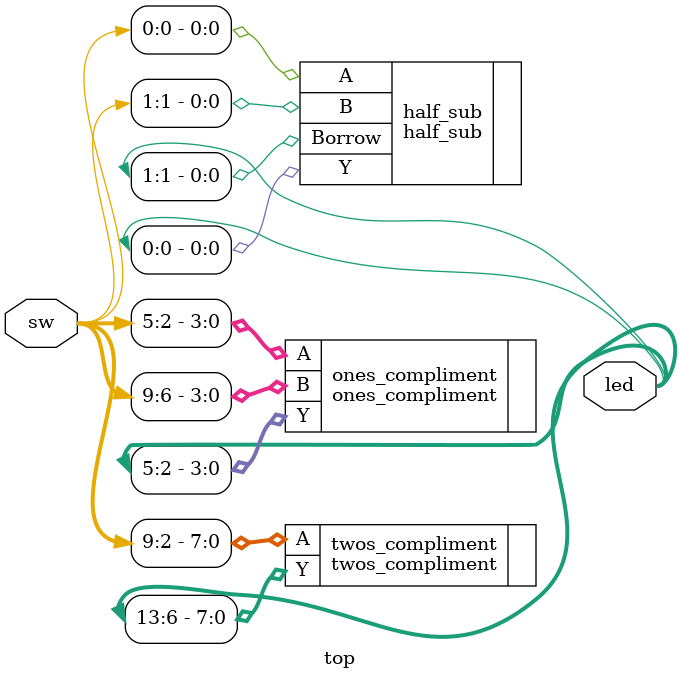
<source format=v>
module top(
    input [9:0] sw,
    output [13:0] led
);

half_sub half_sub(
    .A(sw[0]),
    .B(sw[1]),
    .Y(led[0]),
    .Borrow(led[1])
    );
    
ones_compliment ones_compliment(
    .A(sw[5:2]),
    .B(sw[9:6]),
    .Y(led[5:2])
    );

twos_compliment twos_compliment(
    .A(sw[9:2]),
    .Y(led[13:6])
    );
    
endmodule


</source>
